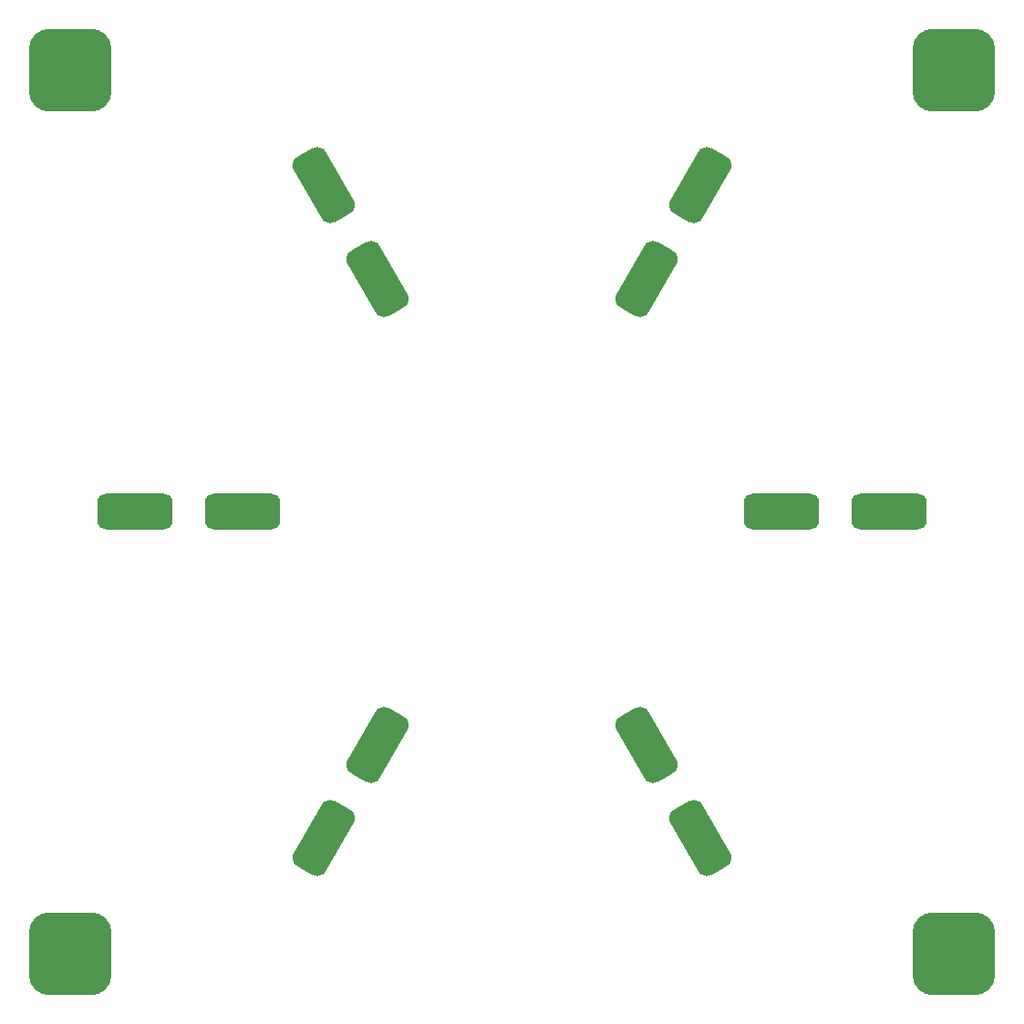
<source format=gts>
G04*
G04 #@! TF.GenerationSoftware,Altium Limited,Altium Designer,24.0.1 (36)*
G04*
G04 Layer_Color=8388736*
%FSLAX44Y44*%
%MOMM*%
G71*
G04*
G04 #@! TF.SameCoordinates,C0ED5DD7-DA47-4A81-9C3B-FA78DA4D2569*
G04*
G04*
G04 #@! TF.FilePolarity,Negative*
G04*
G01*
G75*
G04:AMPARAMS|DCode=10|XSize=7.0032mm|YSize=3.4032mm|CornerRadius=0.9016mm|HoleSize=0mm|Usage=FLASHONLY|Rotation=120.000|XOffset=0mm|YOffset=0mm|HoleType=Round|Shape=RoundedRectangle|*
%AMROUNDEDRECTD10*
21,1,7.0032,1.6000,0,0,120.0*
21,1,5.2000,3.4032,0,0,120.0*
1,1,1.8032,-0.6072,2.6517*
1,1,1.8032,1.9928,-1.8517*
1,1,1.8032,0.6072,-2.6517*
1,1,1.8032,-1.9928,1.8517*
%
%ADD10ROUNDEDRECTD10*%
G04:AMPARAMS|DCode=11|XSize=7.0032mm|YSize=3.4032mm|CornerRadius=0.9016mm|HoleSize=0mm|Usage=FLASHONLY|Rotation=0.000|XOffset=0mm|YOffset=0mm|HoleType=Round|Shape=RoundedRectangle|*
%AMROUNDEDRECTD11*
21,1,7.0032,1.6000,0,0,0.0*
21,1,5.2000,3.4032,0,0,0.0*
1,1,1.8032,2.6000,-0.8000*
1,1,1.8032,-2.6000,-0.8000*
1,1,1.8032,-2.6000,0.8000*
1,1,1.8032,2.6000,0.8000*
%
%ADD11ROUNDEDRECTD11*%
G04:AMPARAMS|DCode=12|XSize=7.0032mm|YSize=3.4032mm|CornerRadius=0.9016mm|HoleSize=0mm|Usage=FLASHONLY|Rotation=60.000|XOffset=0mm|YOffset=0mm|HoleType=Round|Shape=RoundedRectangle|*
%AMROUNDEDRECTD12*
21,1,7.0032,1.6000,0,0,60.0*
21,1,5.2000,3.4032,0,0,60.0*
1,1,1.8032,1.9928,1.8517*
1,1,1.8032,-0.6072,-2.6517*
1,1,1.8032,-1.9928,-1.8517*
1,1,1.8032,0.6072,2.6517*
%
%ADD12ROUNDEDRECTD12*%
G04:AMPARAMS|DCode=13|XSize=7.7032mm|YSize=7.7032mm|CornerRadius=1.9766mm|HoleSize=0mm|Usage=FLASHONLY|Rotation=0.000|XOffset=0mm|YOffset=0mm|HoleType=Round|Shape=RoundedRectangle|*
%AMROUNDEDRECTD13*
21,1,7.7032,3.7500,0,0,0.0*
21,1,3.7500,7.7032,0,0,0.0*
1,1,3.9532,1.8750,-1.8750*
1,1,3.9532,-1.8750,-1.8750*
1,1,3.9532,-1.8750,1.8750*
1,1,3.9532,1.8750,1.8750*
%
%ADD13ROUNDEDRECTD13*%
D10*
X625000Y146891D02*
D03*
X575000Y233494D02*
D03*
X325000Y666506D02*
D03*
X275000Y753109D02*
D03*
D11*
X100000Y450000D02*
D03*
X200000D02*
D03*
X700000D02*
D03*
X800000D02*
D03*
D12*
X275000Y146891D02*
D03*
X325000Y233494D02*
D03*
X575000Y666506D02*
D03*
X625000Y753109D02*
D03*
D13*
X40000Y860000D02*
D03*
X860000D02*
D03*
Y40000D02*
D03*
X40000D02*
D03*
M02*

</source>
